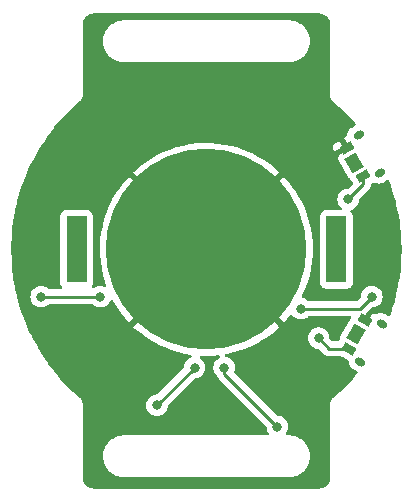
<source format=gbr>
%TF.GenerationSoftware,KiCad,Pcbnew,(6.0.11-0)*%
%TF.CreationDate,2024-05-30T12:39:56+08:00*%
%TF.ProjectId,tinyAVR-wristwatch,74696e79-4156-4522-9d77-726973747761,rev?*%
%TF.SameCoordinates,Original*%
%TF.FileFunction,Copper,L2,Bot*%
%TF.FilePolarity,Positive*%
%FSLAX46Y46*%
G04 Gerber Fmt 4.6, Leading zero omitted, Abs format (unit mm)*
G04 Created by KiCad (PCBNEW (6.0.11-0)) date 2024-05-30 12:39:56*
%MOMM*%
%LPD*%
G01*
G04 APERTURE LIST*
G04 Aperture macros list*
%AMHorizOval*
0 Thick line with rounded ends*
0 $1 width*
0 $2 $3 position (X,Y) of the first rounded end (center of the circle)*
0 $4 $5 position (X,Y) of the second rounded end (center of the circle)*
0 Add line between two ends*
20,1,$1,$2,$3,$4,$5,0*
0 Add two circle primitives to create the rounded ends*
1,1,$1,$2,$3*
1,1,$1,$4,$5*%
%AMRotRect*
0 Rectangle, with rotation*
0 The origin of the aperture is its center*
0 $1 length*
0 $2 width*
0 $3 Rotation angle, in degrees counterclockwise*
0 Add horizontal line*
21,1,$1,$2,0,0,$3*%
G04 Aperture macros list end*
%TA.AperFunction,SMDPad,CuDef*%
%ADD10RotRect,1.100000X0.700000X30.000000*%
%TD*%
%TA.AperFunction,SMDPad,CuDef*%
%ADD11RotRect,1.400000X1.100000X300.000000*%
%TD*%
%TA.AperFunction,ComponentPad*%
%ADD12HorizOval,0.650000X-0.129904X-0.075000X0.129904X0.075000X0*%
%TD*%
%TA.AperFunction,SMDPad,CuDef*%
%ADD13C,17.000000*%
%TD*%
%TA.AperFunction,SMDPad,CuDef*%
%ADD14R,1.750000X5.600000*%
%TD*%
%TA.AperFunction,SMDPad,CuDef*%
%ADD15RotRect,1.100000X0.700000X330.000000*%
%TD*%
%TA.AperFunction,SMDPad,CuDef*%
%ADD16RotRect,1.400000X1.100000X240.000000*%
%TD*%
%TA.AperFunction,ComponentPad*%
%ADD17HorizOval,0.650000X-0.129904X0.075000X0.129904X-0.075000X0*%
%TD*%
%TA.AperFunction,ViaPad*%
%ADD18C,0.800000*%
%TD*%
%TA.AperFunction,Conductor*%
%ADD19C,0.250000*%
%TD*%
G04 APERTURE END LIST*
D10*
%TO.P,SW1,1,1*%
%TO.N,GND*%
X151887564Y-91387564D03*
%TO.P,SW1,2,2*%
%TO.N,Net-(SW1-Pad2)*%
X153287564Y-93812436D03*
D11*
%TO.P,SW1,3*%
%TO.N,N/C*%
X152500962Y-92650000D03*
D12*
X152875000Y-90297853D03*
X154725000Y-93502147D03*
%TD*%
D13*
%TO.P,BT1,N*%
%TO.N,GND*%
X140000000Y-100000000D03*
D14*
%TO.P,BT1,P1*%
%TO.N,VCC*%
X151000000Y-100000000D03*
%TO.P,BT1,P2*%
X129000000Y-100000000D03*
%TD*%
D15*
%TO.P,SW2,1,1*%
%TO.N,GND*%
X153443449Y-105987564D03*
%TO.P,SW2,2,2*%
%TO.N,Net-(SW2-Pad2)*%
X152043449Y-108412436D03*
D16*
%TO.P,SW2,3*%
%TO.N,N/C*%
X152656847Y-107150000D03*
D17*
X154880885Y-106297853D03*
X153030885Y-109502147D03*
%TD*%
D18*
%TO.N,GND*%
X147300000Y-100000000D03*
X140000000Y-100000000D03*
X145000000Y-94500000D03*
X135000000Y-94500000D03*
X133000000Y-108000000D03*
X149000000Y-114000000D03*
X148500000Y-86000000D03*
X131000000Y-86000000D03*
X147000000Y-108000000D03*
X131000000Y-114000000D03*
X135000000Y-103500000D03*
%TO.N,VCC*%
X129000000Y-102000000D03*
%TO.N,Net-(D1-Pad2)*%
X146000000Y-115000000D03*
X141500000Y-110000000D03*
%TO.N,Net-(D3-Pad1)*%
X139000000Y-110000000D03*
X135816872Y-113183128D03*
%TO.N,Net-(D1-Pad1)*%
X154000000Y-104000000D03*
X126000000Y-104000000D03*
X131000000Y-104000000D03*
X148000000Y-105000000D03*
%TO.N,Net-(SW1-Pad2)*%
X152000000Y-95750000D03*
%TO.N,Net-(SW2-Pad2)*%
X149500000Y-107500000D03*
%TD*%
D19*
%TO.N,Net-(D1-Pad2)*%
X141500000Y-110500000D02*
X146000000Y-115000000D01*
X141500000Y-110000000D02*
X141500000Y-110500000D01*
%TO.N,Net-(D3-Pad1)*%
X139000000Y-110000000D02*
X135816872Y-113183128D01*
%TO.N,Net-(D1-Pad1)*%
X148000000Y-105000000D02*
X153000000Y-105000000D01*
X126000000Y-104000000D02*
X131000000Y-104000000D01*
X153000000Y-105000000D02*
X154000000Y-104000000D01*
%TO.N,Net-(SW1-Pad2)*%
X153287564Y-93812436D02*
X153287564Y-94462436D01*
X153287564Y-94462436D02*
X152000000Y-95750000D01*
%TO.N,Net-(SW2-Pad2)*%
X152043449Y-108412436D02*
X150412436Y-108412436D01*
X150412436Y-108412436D02*
X149500000Y-107500000D01*
%TD*%
%TA.AperFunction,Conductor*%
%TO.N,GND*%
G36*
X149470018Y-80010000D02*
G01*
X149484851Y-80012310D01*
X149484855Y-80012310D01*
X149493724Y-80013691D01*
X149506397Y-80012034D01*
X149533707Y-80011449D01*
X149661194Y-80022603D01*
X149682817Y-80026415D01*
X149828466Y-80065442D01*
X149849104Y-80072954D01*
X149985760Y-80136678D01*
X150004780Y-80147660D01*
X150128297Y-80234147D01*
X150145122Y-80248265D01*
X150251735Y-80354878D01*
X150265853Y-80371703D01*
X150352340Y-80495220D01*
X150363322Y-80514240D01*
X150427046Y-80650896D01*
X150434557Y-80671534D01*
X150473583Y-80817178D01*
X150477398Y-80838809D01*
X150487947Y-80959393D01*
X150487393Y-80975871D01*
X150487800Y-80975876D01*
X150487690Y-80984853D01*
X150486309Y-80993724D01*
X150487473Y-81002626D01*
X150487473Y-81002628D01*
X150490436Y-81025283D01*
X150491500Y-81041621D01*
X150491500Y-86955415D01*
X150490278Y-86972921D01*
X150486273Y-87001467D01*
X150487570Y-87010343D01*
X150487570Y-87010345D01*
X150496692Y-87072769D01*
X150496743Y-87073125D01*
X150497878Y-87081047D01*
X150506920Y-87144187D01*
X150507227Y-87144862D01*
X150507334Y-87145594D01*
X150537352Y-87211117D01*
X150567208Y-87276782D01*
X150567691Y-87277343D01*
X150568000Y-87278017D01*
X150615329Y-87332630D01*
X150662287Y-87387127D01*
X150662907Y-87387529D01*
X150663394Y-87388091D01*
X150670766Y-87392840D01*
X150670769Y-87392842D01*
X150684460Y-87401660D01*
X150699915Y-87413393D01*
X151265155Y-87915567D01*
X151269601Y-87919713D01*
X151834910Y-88472981D01*
X151839151Y-88477337D01*
X152377136Y-89057252D01*
X152381159Y-89061802D01*
X152600798Y-89322749D01*
X152629361Y-89387743D01*
X152618250Y-89457865D01*
X152567399Y-89513004D01*
X152289164Y-89673643D01*
X152179751Y-89753720D01*
X152059990Y-89889563D01*
X151972192Y-90047953D01*
X151970244Y-90054488D01*
X151970243Y-90054490D01*
X151922404Y-90214963D01*
X151922403Y-90214969D01*
X151920455Y-90221503D01*
X151919956Y-90228304D01*
X151919955Y-90228307D01*
X151913351Y-90318231D01*
X151888413Y-90384704D01*
X151850689Y-90418121D01*
X151694223Y-90508457D01*
X151683263Y-90519952D01*
X151682914Y-90521760D01*
X151685307Y-90529247D01*
X152140284Y-91317289D01*
X152157022Y-91386284D01*
X152133802Y-91453376D01*
X152094165Y-91489408D01*
X151381676Y-91900764D01*
X151381672Y-91900767D01*
X151378713Y-91902475D01*
X151328239Y-91939416D01*
X151323217Y-91945519D01*
X151323215Y-91945521D01*
X151241851Y-92044401D01*
X151207557Y-92073460D01*
X151113998Y-92127477D01*
X151103038Y-92138971D01*
X151102690Y-92140779D01*
X151105083Y-92148266D01*
X151148538Y-92223532D01*
X151165276Y-92292528D01*
X151164520Y-92301560D01*
X151161051Y-92330437D01*
X151162525Y-92339292D01*
X151162525Y-92339295D01*
X151183669Y-92466327D01*
X151184966Y-92474118D01*
X151210207Y-92531347D01*
X151958341Y-93827153D01*
X151995282Y-93877627D01*
X152107756Y-93970178D01*
X152133732Y-93981284D01*
X152188502Y-94026457D01*
X152193312Y-94034136D01*
X152374340Y-94347686D01*
X152391078Y-94416679D01*
X152367858Y-94483771D01*
X152354316Y-94499779D01*
X152049500Y-94804595D01*
X151987188Y-94838621D01*
X151960405Y-94841500D01*
X151904513Y-94841500D01*
X151898061Y-94842872D01*
X151898056Y-94842872D01*
X151811113Y-94861353D01*
X151717712Y-94881206D01*
X151711682Y-94883891D01*
X151711681Y-94883891D01*
X151549278Y-94956197D01*
X151549276Y-94956198D01*
X151543248Y-94958882D01*
X151388747Y-95071134D01*
X151260960Y-95213056D01*
X151165473Y-95378444D01*
X151106458Y-95560072D01*
X151086496Y-95750000D01*
X151106458Y-95939928D01*
X151165473Y-96121556D01*
X151260960Y-96286944D01*
X151265378Y-96291851D01*
X151265379Y-96291852D01*
X151279281Y-96307292D01*
X151388747Y-96428866D01*
X151394089Y-96432747D01*
X151394091Y-96432749D01*
X151436505Y-96463564D01*
X151479859Y-96519786D01*
X151485934Y-96590522D01*
X151452803Y-96653314D01*
X151390983Y-96688225D01*
X151362444Y-96691500D01*
X150076866Y-96691500D01*
X150014684Y-96698255D01*
X149878295Y-96749385D01*
X149761739Y-96836739D01*
X149674385Y-96953295D01*
X149623255Y-97089684D01*
X149616500Y-97151866D01*
X149616500Y-102848134D01*
X149623255Y-102910316D01*
X149674385Y-103046705D01*
X149761739Y-103163261D01*
X149878295Y-103250615D01*
X150014684Y-103301745D01*
X150076866Y-103308500D01*
X151923134Y-103308500D01*
X151985316Y-103301745D01*
X152121705Y-103250615D01*
X152238261Y-103163261D01*
X152325615Y-103046705D01*
X152376745Y-102910316D01*
X152383500Y-102848134D01*
X152383500Y-97151866D01*
X152376745Y-97089684D01*
X152325615Y-96953295D01*
X152238261Y-96836739D01*
X152231081Y-96831358D01*
X152228046Y-96828323D01*
X152194020Y-96766011D01*
X152199085Y-96695196D01*
X152241632Y-96638360D01*
X152277333Y-96619847D01*
X152282288Y-96618794D01*
X152288321Y-96616108D01*
X152450722Y-96543803D01*
X152450724Y-96543802D01*
X152456752Y-96541118D01*
X152611253Y-96428866D01*
X152720719Y-96307292D01*
X152734621Y-96291852D01*
X152734622Y-96291851D01*
X152739040Y-96286944D01*
X152834527Y-96121556D01*
X152893542Y-95939928D01*
X152910907Y-95774706D01*
X152937920Y-95709050D01*
X152947122Y-95698782D01*
X153679811Y-94966093D01*
X153688101Y-94958549D01*
X153694582Y-94954436D01*
X153741223Y-94904768D01*
X153743977Y-94901927D01*
X153763698Y-94882206D01*
X153766176Y-94879011D01*
X153773882Y-94869989D01*
X153798722Y-94843537D01*
X153804150Y-94837757D01*
X153813910Y-94820004D01*
X153824763Y-94803481D01*
X153832317Y-94793742D01*
X153837177Y-94787477D01*
X153854740Y-94746893D01*
X153859947Y-94736263D01*
X153881259Y-94697496D01*
X153883230Y-94689819D01*
X153883232Y-94689814D01*
X153886296Y-94677878D01*
X153892702Y-94659166D01*
X153897598Y-94647853D01*
X153900745Y-94640581D01*
X153907661Y-94596917D01*
X153910068Y-94585296D01*
X153919092Y-94550147D01*
X153919092Y-94550146D01*
X153921064Y-94542466D01*
X153921064Y-94522205D01*
X153922616Y-94502489D01*
X153924615Y-94489871D01*
X153955030Y-94425720D01*
X153986062Y-94400468D01*
X154004640Y-94389742D01*
X154104898Y-94331858D01*
X154173889Y-94315121D01*
X154222619Y-94327600D01*
X154227558Y-94330710D01*
X154233977Y-94333021D01*
X154233979Y-94333022D01*
X154312753Y-94361382D01*
X154397949Y-94392054D01*
X154404713Y-94392932D01*
X154404715Y-94392933D01*
X154546851Y-94411393D01*
X154577537Y-94415378D01*
X154584326Y-94414784D01*
X154584327Y-94414784D01*
X154751147Y-94400189D01*
X154751149Y-94400189D01*
X154757945Y-94399594D01*
X154930754Y-94345439D01*
X154935711Y-94342935D01*
X155285503Y-94140984D01*
X155354498Y-94124246D01*
X155421589Y-94147467D01*
X155466341Y-94205493D01*
X155586343Y-94522485D01*
X155588355Y-94528214D01*
X155727788Y-94958104D01*
X155832395Y-95280622D01*
X155834128Y-95286438D01*
X156009961Y-95933365D01*
X156041604Y-96049785D01*
X156043056Y-96055687D01*
X156176045Y-96658500D01*
X156213465Y-96828120D01*
X156214631Y-96834087D01*
X156347583Y-97613837D01*
X156348460Y-97619852D01*
X156350770Y-97638906D01*
X156420785Y-98216493D01*
X156443649Y-98405113D01*
X156444233Y-98411145D01*
X156469935Y-98765626D01*
X156501437Y-99200112D01*
X156501730Y-99206184D01*
X156506522Y-99404761D01*
X156515623Y-99781873D01*
X156520813Y-99996960D01*
X156520813Y-100003040D01*
X156501730Y-100793816D01*
X156501437Y-100799888D01*
X156484475Y-101033829D01*
X156446107Y-101563018D01*
X156444235Y-101588836D01*
X156443649Y-101594887D01*
X156348460Y-102380148D01*
X156347583Y-102386163D01*
X156259551Y-102902460D01*
X156220710Y-103130263D01*
X156214631Y-103165913D01*
X156213466Y-103171875D01*
X156174942Y-103346498D01*
X156043056Y-103944312D01*
X156041604Y-103950215D01*
X155843559Y-104678866D01*
X155834131Y-104713552D01*
X155832398Y-104719368D01*
X155599966Y-105435989D01*
X155588355Y-105471786D01*
X155586350Y-105477495D01*
X155556434Y-105556522D01*
X155513609Y-105613149D01*
X155446968Y-105637633D01*
X155375595Y-105621031D01*
X155273111Y-105561862D01*
X155128548Y-105478399D01*
X155004492Y-105423683D01*
X154826968Y-105387889D01*
X154820148Y-105388008D01*
X154787756Y-105388573D01*
X154645899Y-105391049D01*
X154551280Y-105413591D01*
X154476368Y-105431438D01*
X154476366Y-105431439D01*
X154469733Y-105433019D01*
X154382414Y-105475230D01*
X154312379Y-105486870D01*
X154264576Y-105470909D01*
X154108108Y-105380572D01*
X154092673Y-105376827D01*
X154090933Y-105377430D01*
X154085646Y-105383246D01*
X153630669Y-106171288D01*
X153579287Y-106220281D01*
X153509573Y-106233717D01*
X153458550Y-106217407D01*
X153236848Y-106089408D01*
X153187855Y-106038026D01*
X153174419Y-105968312D01*
X153190729Y-105917289D01*
X153472188Y-105429787D01*
X153492212Y-105403692D01*
X153950499Y-104945405D01*
X154012811Y-104911379D01*
X154039594Y-104908500D01*
X154095487Y-104908500D01*
X154101939Y-104907128D01*
X154101944Y-104907128D01*
X154188888Y-104888647D01*
X154282288Y-104868794D01*
X154288319Y-104866109D01*
X154450722Y-104793803D01*
X154450724Y-104793802D01*
X154456752Y-104791118D01*
X154611253Y-104678866D01*
X154739040Y-104536944D01*
X154834527Y-104371556D01*
X154893542Y-104189928D01*
X154913504Y-104000000D01*
X154907964Y-103947290D01*
X154894232Y-103816635D01*
X154894232Y-103816633D01*
X154893542Y-103810072D01*
X154834527Y-103628444D01*
X154739040Y-103463056D01*
X154632901Y-103345176D01*
X154615675Y-103326045D01*
X154615674Y-103326044D01*
X154611253Y-103321134D01*
X154456752Y-103208882D01*
X154450724Y-103206198D01*
X154450722Y-103206197D01*
X154288319Y-103133891D01*
X154288318Y-103133891D01*
X154282288Y-103131206D01*
X154188888Y-103111353D01*
X154101944Y-103092872D01*
X154101939Y-103092872D01*
X154095487Y-103091500D01*
X153904513Y-103091500D01*
X153898061Y-103092872D01*
X153898056Y-103092872D01*
X153811112Y-103111353D01*
X153717712Y-103131206D01*
X153711682Y-103133891D01*
X153711681Y-103133891D01*
X153549278Y-103206197D01*
X153549276Y-103206198D01*
X153543248Y-103208882D01*
X153388747Y-103321134D01*
X153384326Y-103326044D01*
X153384325Y-103326045D01*
X153367100Y-103345176D01*
X153260960Y-103463056D01*
X153165473Y-103628444D01*
X153106458Y-103810072D01*
X153105768Y-103816633D01*
X153105768Y-103816635D01*
X153089093Y-103975292D01*
X153062080Y-104040949D01*
X153052878Y-104051218D01*
X152774499Y-104329596D01*
X152712187Y-104363621D01*
X152685404Y-104366500D01*
X148708200Y-104366500D01*
X148640079Y-104346498D01*
X148620853Y-104330157D01*
X148620580Y-104330460D01*
X148615668Y-104326037D01*
X148611253Y-104321134D01*
X148456752Y-104208882D01*
X148450724Y-104206198D01*
X148450722Y-104206197D01*
X148288319Y-104133891D01*
X148288318Y-104133891D01*
X148282288Y-104131206D01*
X148194679Y-104112584D01*
X148132206Y-104078855D01*
X148097884Y-104016706D01*
X148102612Y-103945867D01*
X148109113Y-103931156D01*
X148127277Y-103896263D01*
X148129095Y-103892468D01*
X148367626Y-103349079D01*
X148369188Y-103345176D01*
X148571193Y-102787145D01*
X148572483Y-102783175D01*
X148737062Y-102212977D01*
X148738088Y-102208922D01*
X148864517Y-101629065D01*
X148865271Y-101624955D01*
X148952991Y-101038014D01*
X148953475Y-101033829D01*
X149002122Y-100442120D01*
X149002318Y-100438443D01*
X149012988Y-100001827D01*
X149012973Y-99998185D01*
X148993287Y-99404761D01*
X148993010Y-99400586D01*
X148934065Y-98810039D01*
X148933515Y-98805918D01*
X148835559Y-98220555D01*
X148834740Y-98216493D01*
X148698205Y-97638906D01*
X148697112Y-97634886D01*
X148522602Y-97067631D01*
X148521249Y-97063702D01*
X148309530Y-96509266D01*
X148307905Y-96505401D01*
X148059919Y-95966240D01*
X148058042Y-95962491D01*
X147774860Y-95440935D01*
X147772747Y-95437334D01*
X147455619Y-94935686D01*
X147453282Y-94932246D01*
X147103583Y-94452690D01*
X147101043Y-94449440D01*
X146720328Y-93994109D01*
X146717566Y-93991020D01*
X146559358Y-93825466D01*
X146545595Y-93817539D01*
X146544517Y-93817592D01*
X146536751Y-93822459D01*
X140372022Y-99987188D01*
X140364408Y-100001132D01*
X140364539Y-100002965D01*
X140368790Y-100009580D01*
X146534388Y-106175178D01*
X146548332Y-106182792D01*
X146548818Y-106182758D01*
X146557255Y-106177093D01*
X146821399Y-105890842D01*
X146824135Y-105887673D01*
X147087031Y-105561862D01*
X147145375Y-105521408D01*
X147216328Y-105518919D01*
X147278726Y-105556675D01*
X147388747Y-105678866D01*
X147487843Y-105750864D01*
X147526707Y-105779100D01*
X147543248Y-105791118D01*
X147549276Y-105793802D01*
X147549278Y-105793803D01*
X147711681Y-105866109D01*
X147717712Y-105868794D01*
X147806530Y-105887673D01*
X147898056Y-105907128D01*
X147898061Y-105907128D01*
X147904513Y-105908500D01*
X148095487Y-105908500D01*
X148101939Y-105907128D01*
X148101944Y-105907128D01*
X148193470Y-105887673D01*
X148282288Y-105868794D01*
X148288319Y-105866109D01*
X148450722Y-105793803D01*
X148450724Y-105793802D01*
X148456752Y-105791118D01*
X148473294Y-105779100D01*
X148589671Y-105694546D01*
X148611253Y-105678866D01*
X148615668Y-105673963D01*
X148620580Y-105669540D01*
X148621705Y-105670789D01*
X148675014Y-105637949D01*
X148708200Y-105633500D01*
X152150801Y-105633500D01*
X152218922Y-105653502D01*
X152265415Y-105707158D01*
X152275519Y-105777432D01*
X152246025Y-105842012D01*
X152230861Y-105856795D01*
X152157273Y-105917348D01*
X152157271Y-105917351D01*
X152151167Y-105922373D01*
X152114226Y-105972847D01*
X151366092Y-107268653D01*
X151340851Y-107325882D01*
X151316936Y-107469563D01*
X151318007Y-107478478D01*
X151318007Y-107478479D01*
X151320305Y-107497612D01*
X151308570Y-107567632D01*
X151304323Y-107575639D01*
X151223323Y-107715936D01*
X151171941Y-107764929D01*
X151114204Y-107778936D01*
X150727031Y-107778936D01*
X150658910Y-107758934D01*
X150637936Y-107742031D01*
X150447122Y-107551217D01*
X150413096Y-107488905D01*
X150410907Y-107475292D01*
X150394232Y-107316635D01*
X150394232Y-107316633D01*
X150393542Y-107310072D01*
X150334527Y-107128444D01*
X150328892Y-107118683D01*
X150259502Y-106998497D01*
X150239040Y-106963056D01*
X150180184Y-106897689D01*
X150115675Y-106826045D01*
X150115674Y-106826044D01*
X150111253Y-106821134D01*
X150012157Y-106749136D01*
X149962094Y-106712763D01*
X149962093Y-106712762D01*
X149956752Y-106708882D01*
X149950724Y-106706198D01*
X149950722Y-106706197D01*
X149788319Y-106633891D01*
X149788318Y-106633891D01*
X149782288Y-106631206D01*
X149688887Y-106611353D01*
X149601944Y-106592872D01*
X149601939Y-106592872D01*
X149595487Y-106591500D01*
X149404513Y-106591500D01*
X149398061Y-106592872D01*
X149398056Y-106592872D01*
X149311112Y-106611353D01*
X149217712Y-106631206D01*
X149211682Y-106633891D01*
X149211681Y-106633891D01*
X149049278Y-106706197D01*
X149049276Y-106706198D01*
X149043248Y-106708882D01*
X149037907Y-106712762D01*
X149037906Y-106712763D01*
X148987843Y-106749136D01*
X148888747Y-106821134D01*
X148884326Y-106826044D01*
X148884325Y-106826045D01*
X148819817Y-106897689D01*
X148760960Y-106963056D01*
X148740498Y-106998497D01*
X148671109Y-107118683D01*
X148665473Y-107128444D01*
X148606458Y-107310072D01*
X148605768Y-107316633D01*
X148605768Y-107316635D01*
X148604796Y-107325882D01*
X148586496Y-107500000D01*
X148606458Y-107689928D01*
X148665473Y-107871556D01*
X148760960Y-108036944D01*
X148765378Y-108041851D01*
X148765379Y-108041852D01*
X148884325Y-108173955D01*
X148888747Y-108178866D01*
X149043248Y-108291118D01*
X149049276Y-108293802D01*
X149049278Y-108293803D01*
X149211681Y-108366109D01*
X149217712Y-108368794D01*
X149303675Y-108387066D01*
X149398056Y-108407128D01*
X149398061Y-108407128D01*
X149404513Y-108408500D01*
X149460406Y-108408500D01*
X149528527Y-108428502D01*
X149549501Y-108445405D01*
X149908779Y-108804683D01*
X149916323Y-108812973D01*
X149920436Y-108819454D01*
X149926213Y-108824879D01*
X149970103Y-108866094D01*
X149972945Y-108868849D01*
X149992666Y-108888570D01*
X149995861Y-108891048D01*
X150004883Y-108898754D01*
X150005883Y-108899693D01*
X150037115Y-108929022D01*
X150044064Y-108932842D01*
X150054868Y-108938782D01*
X150071392Y-108949635D01*
X150087395Y-108962049D01*
X150127979Y-108979612D01*
X150138609Y-108984819D01*
X150177376Y-109006131D01*
X150185053Y-109008102D01*
X150185058Y-109008104D01*
X150196994Y-109011168D01*
X150215702Y-109017573D01*
X150234291Y-109025617D01*
X150242116Y-109026856D01*
X150242118Y-109026857D01*
X150277955Y-109032533D01*
X150289576Y-109034940D01*
X150324725Y-109043964D01*
X150332406Y-109045936D01*
X150352667Y-109045936D01*
X150372376Y-109047487D01*
X150392379Y-109050655D01*
X150400271Y-109049909D01*
X150405498Y-109049415D01*
X150436390Y-109046495D01*
X150448247Y-109045936D01*
X151389942Y-109045936D01*
X151452941Y-109062817D01*
X151569018Y-109129834D01*
X152002281Y-109379979D01*
X152051274Y-109431362D01*
X152064832Y-109479801D01*
X152064608Y-109485632D01*
X152096678Y-109663867D01*
X152099299Y-109670164D01*
X152099300Y-109670167D01*
X152145069Y-109780119D01*
X152166272Y-109831057D01*
X152270146Y-109979403D01*
X152275167Y-109984020D01*
X152399640Y-110098480D01*
X152399643Y-110098483D01*
X152403450Y-110101983D01*
X152408097Y-110105023D01*
X152409610Y-110105896D01*
X152409614Y-110105899D01*
X152731665Y-110291835D01*
X152780658Y-110343217D01*
X152794094Y-110412931D01*
X152765063Y-110482092D01*
X152381162Y-110938193D01*
X152377136Y-110942748D01*
X151839151Y-111522663D01*
X151834910Y-111527019D01*
X151269601Y-112080287D01*
X151265155Y-112084433D01*
X150705621Y-112581537D01*
X150687559Y-112594904D01*
X150672976Y-112603801D01*
X150670343Y-112606693D01*
X150667042Y-112608776D01*
X150661583Y-112614957D01*
X150661581Y-112614959D01*
X150622038Y-112659733D01*
X150620775Y-112661141D01*
X150574921Y-112711511D01*
X150573206Y-112715025D01*
X150570622Y-112717951D01*
X150541715Y-112779522D01*
X150540895Y-112781234D01*
X150511039Y-112842412D01*
X150510380Y-112846263D01*
X150508719Y-112849800D01*
X150507449Y-112857957D01*
X150498244Y-112917077D01*
X150497949Y-112918878D01*
X150486462Y-112985982D01*
X150487492Y-112994902D01*
X150490668Y-113022408D01*
X150491500Y-113036861D01*
X150491500Y-119200633D01*
X150490000Y-119220018D01*
X150487690Y-119234851D01*
X150487690Y-119234855D01*
X150486309Y-119243724D01*
X150487966Y-119256397D01*
X150488551Y-119283707D01*
X150477398Y-119411191D01*
X150473585Y-119432817D01*
X150452174Y-119512724D01*
X150434558Y-119578466D01*
X150427046Y-119599104D01*
X150363322Y-119735760D01*
X150352340Y-119754780D01*
X150265853Y-119878297D01*
X150251735Y-119895122D01*
X150145122Y-120001735D01*
X150128297Y-120015853D01*
X150004780Y-120102340D01*
X149985760Y-120113322D01*
X149849104Y-120177046D01*
X149828466Y-120184557D01*
X149682822Y-120223583D01*
X149661194Y-120227397D01*
X149604659Y-120232344D01*
X149540607Y-120237947D01*
X149524129Y-120237393D01*
X149524124Y-120237800D01*
X149515147Y-120237690D01*
X149506276Y-120236309D01*
X149497374Y-120237473D01*
X149497372Y-120237473D01*
X149483548Y-120239281D01*
X149474714Y-120240436D01*
X149458379Y-120241500D01*
X130549367Y-120241500D01*
X130529982Y-120240000D01*
X130515149Y-120237690D01*
X130515145Y-120237690D01*
X130506276Y-120236309D01*
X130493603Y-120237966D01*
X130466293Y-120238551D01*
X130338806Y-120227397D01*
X130317183Y-120223585D01*
X130171531Y-120184557D01*
X130150896Y-120177046D01*
X130014240Y-120113322D01*
X129995220Y-120102340D01*
X129871703Y-120015853D01*
X129854878Y-120001735D01*
X129748265Y-119895122D01*
X129734147Y-119878297D01*
X129647660Y-119754780D01*
X129636678Y-119735760D01*
X129572954Y-119599104D01*
X129565443Y-119578466D01*
X129526417Y-119432822D01*
X129522602Y-119411191D01*
X129512349Y-119293993D01*
X129512374Y-119271758D01*
X129512770Y-119267344D01*
X129513576Y-119262552D01*
X129513729Y-119250000D01*
X129509773Y-119222376D01*
X129508500Y-119204514D01*
X129508500Y-117493724D01*
X131236309Y-117493724D01*
X131237051Y-117499398D01*
X131237008Y-117500000D01*
X131254953Y-117750900D01*
X131255911Y-117755304D01*
X131289989Y-117911955D01*
X131308422Y-117996692D01*
X131309995Y-118000909D01*
X131309996Y-118000913D01*
X131353121Y-118116535D01*
X131396326Y-118232373D01*
X131516877Y-118453145D01*
X131579566Y-118536888D01*
X131664922Y-118650911D01*
X131664928Y-118650918D01*
X131667620Y-118654514D01*
X131845486Y-118832380D01*
X131849082Y-118835072D01*
X131849089Y-118835078D01*
X131963112Y-118920434D01*
X132046855Y-118983123D01*
X132267627Y-119103674D01*
X132361653Y-119138744D01*
X132499087Y-119190004D01*
X132499091Y-119190005D01*
X132503308Y-119191578D01*
X132507711Y-119192536D01*
X132507715Y-119192537D01*
X132702230Y-119234851D01*
X132749100Y-119245047D01*
X132894577Y-119255452D01*
X132966142Y-119260571D01*
X132978042Y-119261994D01*
X132987448Y-119263576D01*
X132993826Y-119263654D01*
X132995140Y-119263670D01*
X132995143Y-119263670D01*
X133000000Y-119263729D01*
X133027624Y-119259773D01*
X133045486Y-119258500D01*
X146946750Y-119258500D01*
X146967655Y-119260246D01*
X146982656Y-119262770D01*
X146982659Y-119262770D01*
X146987448Y-119263576D01*
X146993471Y-119263649D01*
X146995133Y-119263670D01*
X146995137Y-119263670D01*
X147000000Y-119263729D01*
X147004817Y-119263039D01*
X147004822Y-119263039D01*
X147005868Y-119262889D01*
X147014731Y-119261939D01*
X147144963Y-119252624D01*
X147250900Y-119245047D01*
X147297770Y-119234851D01*
X147492285Y-119192537D01*
X147492289Y-119192536D01*
X147496692Y-119191578D01*
X147500909Y-119190005D01*
X147500913Y-119190004D01*
X147638347Y-119138744D01*
X147732373Y-119103674D01*
X147953145Y-118983123D01*
X148036888Y-118920434D01*
X148150911Y-118835078D01*
X148150918Y-118835072D01*
X148154514Y-118832380D01*
X148332380Y-118654514D01*
X148335072Y-118650918D01*
X148335078Y-118650911D01*
X148420434Y-118536888D01*
X148483123Y-118453145D01*
X148603674Y-118232373D01*
X148646879Y-118116535D01*
X148690004Y-118000913D01*
X148690005Y-118000909D01*
X148691578Y-117996692D01*
X148710012Y-117911955D01*
X148744089Y-117755304D01*
X148745047Y-117750900D01*
X148760571Y-117533858D01*
X148761995Y-117521948D01*
X148763576Y-117512552D01*
X148763729Y-117500000D01*
X148762889Y-117494132D01*
X148761939Y-117485269D01*
X148745368Y-117253592D01*
X148745368Y-117253591D01*
X148745047Y-117249100D01*
X148737899Y-117216240D01*
X148692537Y-117007715D01*
X148692536Y-117007711D01*
X148691578Y-117003308D01*
X148681274Y-116975680D01*
X148605247Y-116771845D01*
X148603674Y-116767627D01*
X148483123Y-116546855D01*
X148420434Y-116463112D01*
X148335078Y-116349089D01*
X148335072Y-116349082D01*
X148332380Y-116345486D01*
X148154514Y-116167620D01*
X148150918Y-116164928D01*
X148150911Y-116164922D01*
X148036888Y-116079566D01*
X147953145Y-116016877D01*
X147732373Y-115896326D01*
X147638347Y-115861256D01*
X147500913Y-115809996D01*
X147500909Y-115809995D01*
X147496692Y-115808422D01*
X147492289Y-115807464D01*
X147492285Y-115807463D01*
X147255304Y-115755911D01*
X147250900Y-115754953D01*
X147105423Y-115744548D01*
X147033858Y-115739429D01*
X147021958Y-115738006D01*
X147012552Y-115736424D01*
X147006174Y-115736346D01*
X147004860Y-115736330D01*
X147004857Y-115736330D01*
X147000000Y-115736271D01*
X146975679Y-115739754D01*
X146972376Y-115740227D01*
X146954514Y-115741500D01*
X146836857Y-115741500D01*
X146768736Y-115721498D01*
X146722243Y-115667842D01*
X146712139Y-115597568D01*
X146734862Y-115541584D01*
X146739040Y-115536944D01*
X146834527Y-115371556D01*
X146893542Y-115189928D01*
X146913504Y-115000000D01*
X146893542Y-114810072D01*
X146834527Y-114628444D01*
X146739040Y-114463056D01*
X146611253Y-114321134D01*
X146456752Y-114208882D01*
X146450724Y-114206198D01*
X146450722Y-114206197D01*
X146288319Y-114133891D01*
X146288318Y-114133891D01*
X146282288Y-114131206D01*
X146188888Y-114111353D01*
X146101944Y-114092872D01*
X146101939Y-114092872D01*
X146095487Y-114091500D01*
X146039594Y-114091500D01*
X145971473Y-114071498D01*
X145950499Y-114054595D01*
X142372678Y-110476773D01*
X142338652Y-110414461D01*
X142341940Y-110348742D01*
X142391502Y-110196206D01*
X142393542Y-110189928D01*
X142403154Y-110098480D01*
X142412814Y-110006565D01*
X142413504Y-110000000D01*
X142393542Y-109810072D01*
X142334527Y-109628444D01*
X142239040Y-109463056D01*
X142111253Y-109321134D01*
X141956752Y-109208882D01*
X141950724Y-109206198D01*
X141950722Y-109206197D01*
X141788319Y-109133891D01*
X141788318Y-109133891D01*
X141782288Y-109131206D01*
X141653746Y-109103883D01*
X141591274Y-109070156D01*
X141556952Y-109008006D01*
X141561680Y-108937167D01*
X141603956Y-108880129D01*
X141659581Y-108856293D01*
X141748583Y-108841718D01*
X141752678Y-108840907D01*
X142330714Y-108706394D01*
X142334735Y-108705316D01*
X142902598Y-108532787D01*
X142906542Y-108531444D01*
X143461725Y-108321657D01*
X143465559Y-108320061D01*
X144005609Y-108073947D01*
X144009352Y-108072089D01*
X144531880Y-107790736D01*
X144535523Y-107788615D01*
X145038244Y-107473259D01*
X145041723Y-107470913D01*
X145522451Y-107122924D01*
X145525767Y-107120352D01*
X145982382Y-106741263D01*
X145985502Y-106738493D01*
X146174408Y-106559228D01*
X146182382Y-106545492D01*
X146182338Y-106544534D01*
X146177376Y-106536586D01*
X140012812Y-100372022D01*
X139998868Y-100364408D01*
X139997035Y-100364539D01*
X139990420Y-100368790D01*
X133825019Y-106534191D01*
X133817405Y-106548135D01*
X133817490Y-106549326D01*
X133822408Y-106556820D01*
X133967599Y-106696541D01*
X133970698Y-106699331D01*
X134424681Y-107081620D01*
X134427933Y-107084179D01*
X134906252Y-107435539D01*
X134909699Y-107437899D01*
X135410225Y-107756770D01*
X135413836Y-107758905D01*
X135934373Y-108043890D01*
X135938140Y-108045793D01*
X136476425Y-108295658D01*
X136480284Y-108297296D01*
X137033969Y-108510944D01*
X137037899Y-108512313D01*
X137604542Y-108688803D01*
X137608559Y-108689910D01*
X138185664Y-108828461D01*
X138189718Y-108829293D01*
X138651155Y-108908168D01*
X138714931Y-108939362D01*
X138751719Y-109000084D01*
X138749838Y-109071056D01*
X138709886Y-109129744D01*
X138681173Y-109147474D01*
X138549281Y-109206195D01*
X138549274Y-109206199D01*
X138543248Y-109208882D01*
X138388747Y-109321134D01*
X138260960Y-109463056D01*
X138165473Y-109628444D01*
X138106458Y-109810072D01*
X138105768Y-109816633D01*
X138105768Y-109816635D01*
X138089093Y-109975293D01*
X138062080Y-110040950D01*
X138052878Y-110051218D01*
X135866372Y-112237723D01*
X135804060Y-112271749D01*
X135777277Y-112274628D01*
X135721385Y-112274628D01*
X135714933Y-112276000D01*
X135714928Y-112276000D01*
X135627984Y-112294481D01*
X135534584Y-112314334D01*
X135528554Y-112317019D01*
X135528553Y-112317019D01*
X135366150Y-112389325D01*
X135366148Y-112389326D01*
X135360120Y-112392010D01*
X135205619Y-112504262D01*
X135201198Y-112509172D01*
X135201197Y-112509173D01*
X135101829Y-112619533D01*
X135077832Y-112646184D01*
X135033092Y-112723676D01*
X134995300Y-112789134D01*
X134982345Y-112811572D01*
X134923330Y-112993200D01*
X134922640Y-112999761D01*
X134922640Y-112999763D01*
X134920260Y-113022408D01*
X134903368Y-113183128D01*
X134923330Y-113373056D01*
X134982345Y-113554684D01*
X135077832Y-113720072D01*
X135205619Y-113861994D01*
X135360120Y-113974246D01*
X135366148Y-113976930D01*
X135366150Y-113976931D01*
X135528553Y-114049237D01*
X135534584Y-114051922D01*
X135626681Y-114071498D01*
X135714928Y-114090256D01*
X135714933Y-114090256D01*
X135721385Y-114091628D01*
X135912359Y-114091628D01*
X135918811Y-114090256D01*
X135918816Y-114090256D01*
X136007063Y-114071498D01*
X136099160Y-114051922D01*
X136105191Y-114049237D01*
X136267594Y-113976931D01*
X136267596Y-113976930D01*
X136273624Y-113974246D01*
X136428125Y-113861994D01*
X136555912Y-113720072D01*
X136651399Y-113554684D01*
X136710414Y-113373056D01*
X136727779Y-113207834D01*
X136754792Y-113142178D01*
X136763994Y-113131910D01*
X138950500Y-110945405D01*
X139012812Y-110911379D01*
X139039595Y-110908500D01*
X139095487Y-110908500D01*
X139101939Y-110907128D01*
X139101944Y-110907128D01*
X139188887Y-110888647D01*
X139282288Y-110868794D01*
X139317073Y-110853307D01*
X139450722Y-110793803D01*
X139450724Y-110793802D01*
X139456752Y-110791118D01*
X139484404Y-110771028D01*
X139518875Y-110745983D01*
X139611253Y-110678866D01*
X139739040Y-110536944D01*
X139834527Y-110371556D01*
X139893542Y-110189928D01*
X139903154Y-110098480D01*
X139912814Y-110006565D01*
X139913504Y-110000000D01*
X139893542Y-109810072D01*
X139834527Y-109628444D01*
X139739040Y-109463056D01*
X139611253Y-109321134D01*
X139480040Y-109225802D01*
X139436686Y-109169580D01*
X139430611Y-109098843D01*
X139463742Y-109036052D01*
X139525563Y-109001140D01*
X139558718Y-108997951D01*
X139966452Y-109012901D01*
X139970614Y-109012916D01*
X140563857Y-108995310D01*
X140568006Y-108995048D01*
X141017091Y-108951806D01*
X141086816Y-108965187D01*
X141138237Y-109014139D01*
X141155030Y-109083121D01*
X141131863Y-109150232D01*
X141080418Y-109192332D01*
X141049283Y-109206195D01*
X141043248Y-109208882D01*
X140888747Y-109321134D01*
X140760960Y-109463056D01*
X140665473Y-109628444D01*
X140606458Y-109810072D01*
X140586496Y-110000000D01*
X140587186Y-110006565D01*
X140596847Y-110098480D01*
X140606458Y-110189928D01*
X140665473Y-110371556D01*
X140760960Y-110536944D01*
X140765378Y-110541851D01*
X140765379Y-110541852D01*
X140874641Y-110663200D01*
X140902002Y-110712357D01*
X140913982Y-110753593D01*
X140918015Y-110760412D01*
X140918017Y-110760417D01*
X140924293Y-110771028D01*
X140932988Y-110788776D01*
X140940448Y-110807617D01*
X140945110Y-110814033D01*
X140945110Y-110814034D01*
X140966436Y-110843387D01*
X140972952Y-110853307D01*
X140982923Y-110870166D01*
X140995458Y-110891362D01*
X141009779Y-110905683D01*
X141022619Y-110920716D01*
X141034528Y-110937107D01*
X141040634Y-110942158D01*
X141068605Y-110965298D01*
X141077384Y-110973288D01*
X145052878Y-114948783D01*
X145086904Y-115011095D01*
X145089093Y-115024706D01*
X145106458Y-115189928D01*
X145165473Y-115371556D01*
X145260960Y-115536944D01*
X145265126Y-115541571D01*
X145288938Y-115608307D01*
X145272857Y-115677459D01*
X145221943Y-115726939D01*
X145163143Y-115741500D01*
X133053250Y-115741500D01*
X133032345Y-115739754D01*
X133017344Y-115737230D01*
X133017341Y-115737230D01*
X133012552Y-115736424D01*
X133006529Y-115736351D01*
X133004867Y-115736330D01*
X133004863Y-115736330D01*
X133000000Y-115736271D01*
X132995183Y-115736961D01*
X132995178Y-115736961D01*
X132994132Y-115737111D01*
X132985269Y-115738061D01*
X132870249Y-115746288D01*
X132749100Y-115754953D01*
X132744696Y-115755911D01*
X132507715Y-115807463D01*
X132507711Y-115807464D01*
X132503308Y-115808422D01*
X132499091Y-115809995D01*
X132499087Y-115809996D01*
X132361653Y-115861256D01*
X132267627Y-115896326D01*
X132046855Y-116016877D01*
X131963112Y-116079566D01*
X131849089Y-116164922D01*
X131849082Y-116164928D01*
X131845486Y-116167620D01*
X131667620Y-116345486D01*
X131664928Y-116349082D01*
X131664922Y-116349089D01*
X131579566Y-116463112D01*
X131516877Y-116546855D01*
X131396326Y-116767627D01*
X131394753Y-116771845D01*
X131318727Y-116975680D01*
X131308422Y-117003308D01*
X131307464Y-117007711D01*
X131307463Y-117007715D01*
X131262101Y-117216240D01*
X131254953Y-117249100D01*
X131247355Y-117355341D01*
X131238806Y-117474866D01*
X131237693Y-117484679D01*
X131237691Y-117484849D01*
X131236309Y-117493724D01*
X129508500Y-117493724D01*
X129508500Y-113044585D01*
X129509722Y-113027078D01*
X129512480Y-113007418D01*
X129513727Y-112998533D01*
X129512031Y-112986922D01*
X129503308Y-112927231D01*
X129503257Y-112926875D01*
X129494326Y-112864510D01*
X129494325Y-112864507D01*
X129493080Y-112855813D01*
X129492773Y-112855138D01*
X129492666Y-112854406D01*
X129488936Y-112846263D01*
X129462763Y-112789134D01*
X129462613Y-112788806D01*
X129436416Y-112731188D01*
X129436415Y-112731187D01*
X129432792Y-112723218D01*
X129432309Y-112722657D01*
X129432000Y-112721983D01*
X129384671Y-112667370D01*
X129337713Y-112612873D01*
X129337093Y-112612471D01*
X129336606Y-112611909D01*
X129329234Y-112607160D01*
X129329231Y-112607158D01*
X129315540Y-112598340D01*
X129300085Y-112586607D01*
X128734845Y-112084433D01*
X128730399Y-112080287D01*
X128165090Y-111527019D01*
X128160849Y-111522663D01*
X127622864Y-110942748D01*
X127618838Y-110938193D01*
X127230460Y-110476773D01*
X127109456Y-110333011D01*
X127105663Y-110328278D01*
X127100573Y-110321601D01*
X126626066Y-109699235D01*
X126622503Y-109694320D01*
X126573188Y-109622721D01*
X126173812Y-109042887D01*
X126170489Y-109037805D01*
X126169403Y-109036052D01*
X125753730Y-108365468D01*
X125750653Y-108360225D01*
X125715730Y-108297296D01*
X125366816Y-107668584D01*
X125364000Y-107663209D01*
X125320789Y-107575639D01*
X125117075Y-107162805D01*
X125013970Y-106953859D01*
X125011412Y-106948344D01*
X124696003Y-106222936D01*
X124693721Y-106217323D01*
X124413650Y-105477495D01*
X124411645Y-105471786D01*
X124400035Y-105435989D01*
X124167602Y-104719368D01*
X124165869Y-104713552D01*
X124156442Y-104678866D01*
X123971927Y-104000000D01*
X125086496Y-104000000D01*
X125106458Y-104189928D01*
X125165473Y-104371556D01*
X125260960Y-104536944D01*
X125388747Y-104678866D01*
X125543248Y-104791118D01*
X125549276Y-104793802D01*
X125549278Y-104793803D01*
X125711681Y-104866109D01*
X125717712Y-104868794D01*
X125811112Y-104888647D01*
X125898056Y-104907128D01*
X125898061Y-104907128D01*
X125904513Y-104908500D01*
X126095487Y-104908500D01*
X126101939Y-104907128D01*
X126101944Y-104907128D01*
X126188888Y-104888647D01*
X126282288Y-104868794D01*
X126288319Y-104866109D01*
X126450722Y-104793803D01*
X126450724Y-104793802D01*
X126456752Y-104791118D01*
X126559488Y-104716476D01*
X126589671Y-104694546D01*
X126611253Y-104678866D01*
X126615668Y-104673963D01*
X126620580Y-104669540D01*
X126621705Y-104670789D01*
X126675014Y-104637949D01*
X126708200Y-104633500D01*
X130291800Y-104633500D01*
X130359921Y-104653502D01*
X130379147Y-104669843D01*
X130379420Y-104669540D01*
X130384332Y-104673963D01*
X130388747Y-104678866D01*
X130410329Y-104694546D01*
X130440513Y-104716476D01*
X130543248Y-104791118D01*
X130549276Y-104793802D01*
X130549278Y-104793803D01*
X130711681Y-104866109D01*
X130717712Y-104868794D01*
X130811112Y-104888647D01*
X130898056Y-104907128D01*
X130898061Y-104907128D01*
X130904513Y-104908500D01*
X131095487Y-104908500D01*
X131101939Y-104907128D01*
X131101944Y-104907128D01*
X131188888Y-104888647D01*
X131282288Y-104868794D01*
X131288319Y-104866109D01*
X131450722Y-104793803D01*
X131450724Y-104793802D01*
X131456752Y-104791118D01*
X131611253Y-104678866D01*
X131739040Y-104536944D01*
X131834527Y-104371556D01*
X131850857Y-104321298D01*
X131890931Y-104262692D01*
X131956328Y-104235056D01*
X132026285Y-104247163D01*
X132078591Y-104295170D01*
X132082857Y-104302837D01*
X132116064Y-104367730D01*
X132118103Y-104371408D01*
X132422875Y-104880647D01*
X132425131Y-104884146D01*
X132762981Y-105372063D01*
X132765485Y-105375434D01*
X133134945Y-105839910D01*
X133137617Y-105843050D01*
X133439922Y-106175279D01*
X133453486Y-106183538D01*
X133453740Y-106183532D01*
X133462758Y-106178032D01*
X139627978Y-100012812D01*
X139635592Y-99998868D01*
X139635461Y-99997035D01*
X139631210Y-99990420D01*
X133463211Y-93822421D01*
X133449267Y-93814807D01*
X133447376Y-93814942D01*
X133440842Y-93819133D01*
X133431271Y-93828671D01*
X133428396Y-93831731D01*
X133036721Y-94277566D01*
X133034041Y-94280829D01*
X132672774Y-94751640D01*
X132670331Y-94755053D01*
X132341056Y-95248780D01*
X132338842Y-95252351D01*
X132043006Y-95766824D01*
X132041042Y-95770520D01*
X131779955Y-96303465D01*
X131778234Y-96307292D01*
X131553041Y-96856370D01*
X131551584Y-96860287D01*
X131363273Y-97423091D01*
X131362074Y-97427111D01*
X131211479Y-98001149D01*
X131210551Y-98005233D01*
X131098328Y-98587996D01*
X131097673Y-98592127D01*
X131024320Y-99181050D01*
X131023940Y-99185219D01*
X130989777Y-99777716D01*
X130989675Y-99781873D01*
X130994855Y-100375342D01*
X130995030Y-100379509D01*
X131039527Y-100971297D01*
X131039982Y-100975487D01*
X131123599Y-101563018D01*
X131124328Y-101567152D01*
X131246704Y-102147863D01*
X131247701Y-102151924D01*
X131408300Y-102723273D01*
X131409552Y-102727221D01*
X131505311Y-102997636D01*
X131509195Y-103068527D01*
X131474137Y-103130263D01*
X131411266Y-103163246D01*
X131335290Y-103154803D01*
X131288323Y-103133892D01*
X131288315Y-103133889D01*
X131282288Y-103131206D01*
X131188888Y-103111353D01*
X131101944Y-103092872D01*
X131101939Y-103092872D01*
X131095487Y-103091500D01*
X130904513Y-103091500D01*
X130898061Y-103092872D01*
X130898056Y-103092872D01*
X130811112Y-103111353D01*
X130717712Y-103131206D01*
X130711682Y-103133891D01*
X130711681Y-103133891D01*
X130549278Y-103206197D01*
X130549276Y-103206198D01*
X130543248Y-103208882D01*
X130537907Y-103212762D01*
X130537906Y-103212763D01*
X130474615Y-103258747D01*
X130407747Y-103282605D01*
X130338596Y-103266525D01*
X130289116Y-103215611D01*
X130275016Y-103146029D01*
X130299728Y-103081246D01*
X130320229Y-103053892D01*
X130320230Y-103053890D01*
X130325615Y-103046705D01*
X130376745Y-102910316D01*
X130383500Y-102848134D01*
X130383500Y-97151866D01*
X130376745Y-97089684D01*
X130325615Y-96953295D01*
X130238261Y-96836739D01*
X130121705Y-96749385D01*
X129985316Y-96698255D01*
X129923134Y-96691500D01*
X128076866Y-96691500D01*
X128014684Y-96698255D01*
X127878295Y-96749385D01*
X127761739Y-96836739D01*
X127674385Y-96953295D01*
X127623255Y-97089684D01*
X127616500Y-97151866D01*
X127616500Y-102848134D01*
X127623255Y-102910316D01*
X127674385Y-103046705D01*
X127736687Y-103129834D01*
X127761739Y-103163261D01*
X127759197Y-103165166D01*
X127785708Y-103213717D01*
X127780643Y-103284532D01*
X127738096Y-103341368D01*
X127671576Y-103366179D01*
X127662587Y-103366500D01*
X126708200Y-103366500D01*
X126640079Y-103346498D01*
X126620853Y-103330157D01*
X126620580Y-103330460D01*
X126615668Y-103326037D01*
X126611253Y-103321134D01*
X126558223Y-103282605D01*
X126462094Y-103212763D01*
X126462093Y-103212762D01*
X126456752Y-103208882D01*
X126450724Y-103206198D01*
X126450722Y-103206197D01*
X126288319Y-103133891D01*
X126288318Y-103133891D01*
X126282288Y-103131206D01*
X126188888Y-103111353D01*
X126101944Y-103092872D01*
X126101939Y-103092872D01*
X126095487Y-103091500D01*
X125904513Y-103091500D01*
X125898061Y-103092872D01*
X125898056Y-103092872D01*
X125811112Y-103111353D01*
X125717712Y-103131206D01*
X125711682Y-103133891D01*
X125711681Y-103133891D01*
X125549278Y-103206197D01*
X125549276Y-103206198D01*
X125543248Y-103208882D01*
X125388747Y-103321134D01*
X125384326Y-103326044D01*
X125384325Y-103326045D01*
X125367100Y-103345176D01*
X125260960Y-103463056D01*
X125165473Y-103628444D01*
X125106458Y-103810072D01*
X125105768Y-103816633D01*
X125105768Y-103816635D01*
X125092036Y-103947290D01*
X125086496Y-104000000D01*
X123971927Y-104000000D01*
X123958396Y-103950215D01*
X123956944Y-103944312D01*
X123825058Y-103346498D01*
X123786534Y-103171875D01*
X123785369Y-103165913D01*
X123779291Y-103130263D01*
X123740449Y-102902460D01*
X123652417Y-102386163D01*
X123651540Y-102380148D01*
X123556351Y-101594887D01*
X123555765Y-101588836D01*
X123553894Y-101563018D01*
X123515525Y-101033829D01*
X123498563Y-100799888D01*
X123498270Y-100793816D01*
X123479187Y-100003040D01*
X123479187Y-99996960D01*
X123484378Y-99781873D01*
X123493478Y-99404761D01*
X123498270Y-99206184D01*
X123498563Y-99200112D01*
X123530065Y-98765626D01*
X123555767Y-98411145D01*
X123556351Y-98405113D01*
X123579216Y-98216493D01*
X123649230Y-97638906D01*
X123651540Y-97619852D01*
X123652417Y-97613837D01*
X123785369Y-96834087D01*
X123786535Y-96828120D01*
X123823956Y-96658500D01*
X123956944Y-96055687D01*
X123958396Y-96049785D01*
X123990039Y-95933365D01*
X124165872Y-95286438D01*
X124167605Y-95280622D01*
X124233959Y-95076045D01*
X124411650Y-94528200D01*
X124413657Y-94522485D01*
X124693721Y-93782677D01*
X124696003Y-93777064D01*
X124837269Y-93452167D01*
X133815431Y-93452167D01*
X133815555Y-93453942D01*
X133819855Y-93460645D01*
X139987188Y-99627978D01*
X140001132Y-99635592D01*
X140002965Y-99635461D01*
X140009580Y-99631210D01*
X146175482Y-93465308D01*
X146183096Y-93451364D01*
X146183070Y-93450994D01*
X146177281Y-93442405D01*
X145866988Y-93158073D01*
X145863823Y-93155360D01*
X145400635Y-92784277D01*
X145397323Y-92781799D01*
X144910562Y-92442228D01*
X144907062Y-92439956D01*
X144398883Y-92133404D01*
X144395241Y-92131368D01*
X143867865Y-91859168D01*
X143864089Y-91857375D01*
X143319835Y-91620727D01*
X143315945Y-91619187D01*
X142757231Y-91419138D01*
X142753209Y-91417847D01*
X142557804Y-91362185D01*
X150724230Y-91362185D01*
X150724633Y-91379957D01*
X150745753Y-91506848D01*
X150750237Y-91521864D01*
X150770889Y-91568689D01*
X150773972Y-91574765D01*
X150835252Y-91680905D01*
X150846747Y-91691865D01*
X150848555Y-91692214D01*
X150856042Y-91689821D01*
X151524905Y-91303651D01*
X151535865Y-91292156D01*
X151536214Y-91290348D01*
X151533821Y-91282861D01*
X151247652Y-90787204D01*
X151236157Y-90776244D01*
X151234349Y-90775895D01*
X151226862Y-90778288D01*
X150943562Y-90941852D01*
X150937851Y-90945575D01*
X150896556Y-90975797D01*
X150885162Y-90986563D01*
X150803429Y-91085891D01*
X150794191Y-91101084D01*
X150744043Y-91218370D01*
X150739444Y-91235532D01*
X150724230Y-91362185D01*
X142557804Y-91362185D01*
X142182470Y-91255269D01*
X142178406Y-91254255D01*
X141598108Y-91129850D01*
X141594002Y-91129111D01*
X141006753Y-91043440D01*
X141002587Y-91042973D01*
X140410919Y-90996407D01*
X140406791Y-90996220D01*
X139813311Y-90988969D01*
X139809181Y-90989056D01*
X139216530Y-91021152D01*
X139212394Y-91021514D01*
X138623212Y-91092814D01*
X138619081Y-91093453D01*
X138035936Y-91203639D01*
X138031839Y-91204555D01*
X137457250Y-91353153D01*
X137453282Y-91354321D01*
X136889801Y-91540675D01*
X136885878Y-91542118D01*
X136336013Y-91765395D01*
X136332174Y-91767105D01*
X135798316Y-92026332D01*
X135794642Y-92028269D01*
X135279090Y-92322335D01*
X135275575Y-92324497D01*
X134780642Y-92652086D01*
X134777280Y-92654475D01*
X134305148Y-93014144D01*
X134301929Y-93016770D01*
X133854713Y-93406900D01*
X133851631Y-93409775D01*
X133823069Y-93438238D01*
X133815431Y-93452167D01*
X124837269Y-93452167D01*
X125011412Y-93051656D01*
X125013970Y-93046141D01*
X125316690Y-92432667D01*
X125364006Y-92336780D01*
X125366821Y-92331406D01*
X125370656Y-92324497D01*
X125750653Y-91639775D01*
X125753730Y-91634532D01*
X125832877Y-91506848D01*
X126170493Y-90962188D01*
X126173816Y-90957107D01*
X126298390Y-90776244D01*
X126622508Y-90305673D01*
X126626071Y-90300758D01*
X126637419Y-90285874D01*
X127105671Y-89671711D01*
X127109464Y-89666978D01*
X127618838Y-89061807D01*
X127622864Y-89057252D01*
X128160849Y-88477337D01*
X128165090Y-88472981D01*
X128730399Y-87919713D01*
X128734845Y-87915567D01*
X129294379Y-87418463D01*
X129312441Y-87405096D01*
X129319961Y-87400508D01*
X129327024Y-87396199D01*
X129329657Y-87393307D01*
X129332958Y-87391224D01*
X129342459Y-87380467D01*
X129377962Y-87340267D01*
X129379229Y-87338854D01*
X129419519Y-87294596D01*
X129425079Y-87288489D01*
X129426794Y-87284975D01*
X129429378Y-87282049D01*
X129458300Y-87220447D01*
X129459105Y-87218766D01*
X129485338Y-87165011D01*
X129488961Y-87157588D01*
X129489620Y-87153737D01*
X129491281Y-87150200D01*
X129501764Y-87082873D01*
X129502051Y-87081122D01*
X129513538Y-87014018D01*
X129509332Y-86977592D01*
X129508500Y-86963139D01*
X129508500Y-82366124D01*
X131236271Y-82366124D01*
X131236961Y-82370941D01*
X131236961Y-82370945D01*
X131237077Y-82371754D01*
X131238027Y-82380616D01*
X131247338Y-82510768D01*
X131254939Y-82617024D01*
X131308411Y-82862816D01*
X131309982Y-82867027D01*
X131309986Y-82867039D01*
X131394406Y-83093369D01*
X131396318Y-83098496D01*
X131398473Y-83102443D01*
X131398476Y-83102449D01*
X131514712Y-83315314D01*
X131516871Y-83319267D01*
X131667615Y-83520635D01*
X131845483Y-83698500D01*
X132046853Y-83849242D01*
X132267626Y-83969792D01*
X132271838Y-83971363D01*
X132499089Y-84056123D01*
X132499092Y-84056124D01*
X132503307Y-84057696D01*
X132507697Y-84058651D01*
X132507704Y-84058653D01*
X132687597Y-84097785D01*
X132749100Y-84111164D01*
X132753588Y-84111485D01*
X132966142Y-84126688D01*
X132978042Y-84128111D01*
X132987448Y-84129693D01*
X132993826Y-84129771D01*
X132995140Y-84129787D01*
X132995143Y-84129787D01*
X133000000Y-84129846D01*
X133027624Y-84125890D01*
X133045486Y-84124617D01*
X146946750Y-84124617D01*
X146967655Y-84126363D01*
X146982656Y-84128887D01*
X146982659Y-84128887D01*
X146987448Y-84129693D01*
X146993525Y-84129767D01*
X146995135Y-84129787D01*
X146995139Y-84129787D01*
X147000000Y-84129846D01*
X147004817Y-84129156D01*
X147004820Y-84129156D01*
X147006098Y-84128973D01*
X147014970Y-84128021D01*
X147250898Y-84111148D01*
X147310188Y-84098250D01*
X147492291Y-84058637D01*
X147492298Y-84058635D01*
X147496688Y-84057680D01*
X147500903Y-84056108D01*
X147500906Y-84056107D01*
X147728155Y-83971348D01*
X147732367Y-83969777D01*
X147953138Y-83849228D01*
X148154506Y-83698488D01*
X148332372Y-83520624D01*
X148483115Y-83319258D01*
X148485269Y-83315314D01*
X148485271Y-83315311D01*
X148601513Y-83102434D01*
X148601517Y-83102426D01*
X148603667Y-83098489D01*
X148605236Y-83094283D01*
X148605239Y-83094276D01*
X148690000Y-82867027D01*
X148691573Y-82862811D01*
X148745044Y-82617021D01*
X148760570Y-82399983D01*
X148761995Y-82388071D01*
X148762768Y-82383478D01*
X148763576Y-82378676D01*
X148763653Y-82372348D01*
X148763670Y-82370991D01*
X148763670Y-82370987D01*
X148763729Y-82366124D01*
X148762854Y-82360012D01*
X148761904Y-82351151D01*
X148761611Y-82347046D01*
X148745034Y-82115224D01*
X148691568Y-81869431D01*
X148646862Y-81749567D01*
X148605239Y-81637966D01*
X148605236Y-81637959D01*
X148603666Y-81633750D01*
X148601511Y-81629803D01*
X148485274Y-81416926D01*
X148485269Y-81416919D01*
X148483117Y-81412977D01*
X148332376Y-81211607D01*
X148154511Y-81033740D01*
X148032954Y-80942742D01*
X147956746Y-80885692D01*
X147956737Y-80885686D01*
X147953144Y-80882996D01*
X147732372Y-80762444D01*
X147647421Y-80730759D01*
X147500902Y-80676109D01*
X147500899Y-80676108D01*
X147496692Y-80674539D01*
X147492298Y-80673583D01*
X147492294Y-80673582D01*
X147255304Y-80622028D01*
X147250900Y-80621070D01*
X147105423Y-80610665D01*
X147033858Y-80605546D01*
X147021958Y-80604123D01*
X147012552Y-80602541D01*
X147006174Y-80602463D01*
X147004860Y-80602447D01*
X147004857Y-80602447D01*
X147000000Y-80602388D01*
X146975679Y-80605871D01*
X146972376Y-80606344D01*
X146954514Y-80607617D01*
X133053250Y-80607617D01*
X133032345Y-80605871D01*
X133017344Y-80603347D01*
X133017341Y-80603347D01*
X133012552Y-80602541D01*
X133006555Y-80602468D01*
X133004868Y-80602447D01*
X133004864Y-80602447D01*
X133000000Y-80602388D01*
X132994759Y-80603138D01*
X132994376Y-80603193D01*
X132985509Y-80604144D01*
X132936952Y-80607617D01*
X132749098Y-80621053D01*
X132744702Y-80622009D01*
X132744697Y-80622010D01*
X132507707Y-80673565D01*
X132507705Y-80673566D01*
X132503304Y-80674523D01*
X132267621Y-80762429D01*
X132263674Y-80764584D01*
X132263668Y-80764587D01*
X132050810Y-80880817D01*
X132046847Y-80882981D01*
X132043234Y-80885686D01*
X131849085Y-81031026D01*
X131849078Y-81031032D01*
X131845478Y-81033727D01*
X131667611Y-81211596D01*
X131516869Y-81412967D01*
X131396319Y-81633743D01*
X131394747Y-81637958D01*
X131394746Y-81637960D01*
X131378677Y-81681044D01*
X131308416Y-81869427D01*
X131254950Y-82115222D01*
X131254629Y-82119709D01*
X131254629Y-82119710D01*
X131239429Y-82332263D01*
X131238005Y-82344172D01*
X131236424Y-82353572D01*
X131236271Y-82366124D01*
X129508500Y-82366124D01*
X129508500Y-81053250D01*
X129510246Y-81032345D01*
X129512770Y-81017344D01*
X129512770Y-81017341D01*
X129513576Y-81012552D01*
X129513729Y-81000000D01*
X129512542Y-80991709D01*
X129511748Y-80962870D01*
X129512053Y-80959393D01*
X129522603Y-80838804D01*
X129526417Y-80817178D01*
X129565443Y-80671534D01*
X129572954Y-80650896D01*
X129636678Y-80514240D01*
X129647660Y-80495220D01*
X129734147Y-80371703D01*
X129748265Y-80354878D01*
X129854878Y-80248265D01*
X129871703Y-80234147D01*
X129995220Y-80147660D01*
X130014240Y-80136678D01*
X130150896Y-80072954D01*
X130171534Y-80065443D01*
X130317178Y-80026417D01*
X130338806Y-80022603D01*
X130395341Y-80017656D01*
X130459393Y-80012053D01*
X130475871Y-80012607D01*
X130475876Y-80012200D01*
X130484853Y-80012310D01*
X130493724Y-80013691D01*
X130502626Y-80012527D01*
X130502628Y-80012527D01*
X130520023Y-80010252D01*
X130525286Y-80009564D01*
X130541621Y-80008500D01*
X149450633Y-80008500D01*
X149470018Y-80010000D01*
G37*
%TD.AperFunction*%
%TD*%
M02*

</source>
